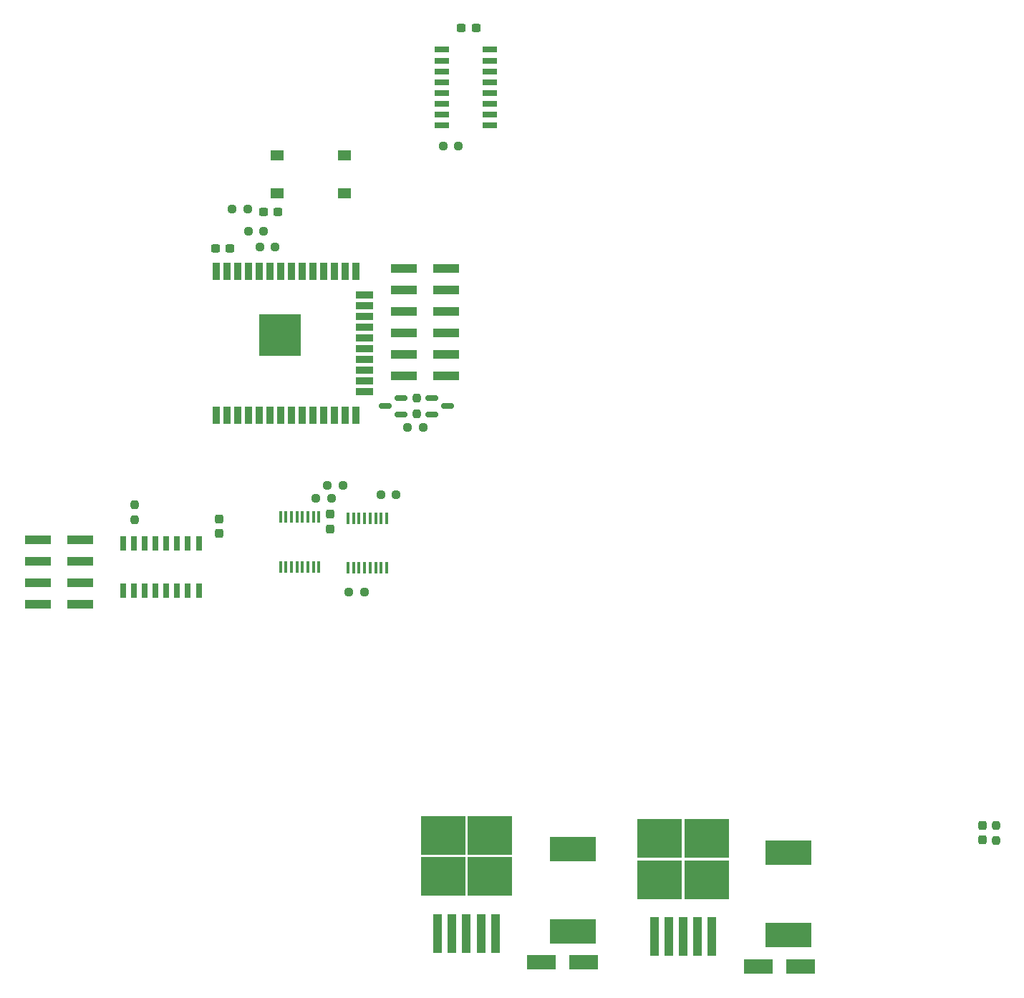
<source format=gbp>
%TF.GenerationSoftware,KiCad,Pcbnew,(6.0.9)*%
%TF.CreationDate,2022-11-22T22:59:20+01:00*%
%TF.ProjectId,Testapparaat,54657374-6170-4706-9172-6161742e6b69,rev?*%
%TF.SameCoordinates,Original*%
%TF.FileFunction,Paste,Bot*%
%TF.FilePolarity,Positive*%
%FSLAX46Y46*%
G04 Gerber Fmt 4.6, Leading zero omitted, Abs format (unit mm)*
G04 Created by KiCad (PCBNEW (6.0.9)) date 2022-11-22 22:59:20*
%MOMM*%
%LPD*%
G01*
G04 APERTURE LIST*
G04 Aperture macros list*
%AMRoundRect*
0 Rectangle with rounded corners*
0 $1 Rounding radius*
0 $2 $3 $4 $5 $6 $7 $8 $9 X,Y pos of 4 corners*
0 Add a 4 corners polygon primitive as box body*
4,1,4,$2,$3,$4,$5,$6,$7,$8,$9,$2,$3,0*
0 Add four circle primitives for the rounded corners*
1,1,$1+$1,$2,$3*
1,1,$1+$1,$4,$5*
1,1,$1+$1,$6,$7*
1,1,$1+$1,$8,$9*
0 Add four rect primitives between the rounded corners*
20,1,$1+$1,$2,$3,$4,$5,0*
20,1,$1+$1,$4,$5,$6,$7,0*
20,1,$1+$1,$6,$7,$8,$9,0*
20,1,$1+$1,$8,$9,$2,$3,0*%
G04 Aperture macros list end*
%ADD10R,3.500000X1.800000*%
%ADD11RoundRect,0.237500X-0.237500X0.300000X-0.237500X-0.300000X0.237500X-0.300000X0.237500X0.300000X0*%
%ADD12RoundRect,0.150000X0.587500X0.150000X-0.587500X0.150000X-0.587500X-0.150000X0.587500X-0.150000X0*%
%ADD13R,5.400000X2.900000*%
%ADD14RoundRect,0.237500X0.250000X0.237500X-0.250000X0.237500X-0.250000X-0.237500X0.250000X-0.237500X0*%
%ADD15R,0.800000X1.750000*%
%ADD16R,0.700000X1.750000*%
%ADD17R,1.750000X0.800000*%
%ADD18R,1.750000X0.700000*%
%ADD19RoundRect,0.237500X-0.250000X-0.237500X0.250000X-0.237500X0.250000X0.237500X-0.250000X0.237500X0*%
%ADD20R,0.900000X2.000000*%
%ADD21R,2.000000X0.900000*%
%ADD22R,5.000000X5.000000*%
%ADD23R,5.250000X4.550000*%
%ADD24R,1.100000X4.600000*%
%ADD25RoundRect,0.237500X-0.300000X-0.237500X0.300000X-0.237500X0.300000X0.237500X-0.300000X0.237500X0*%
%ADD26R,0.450000X1.475000*%
%ADD27R,3.150000X1.000000*%
%ADD28RoundRect,0.237500X0.300000X0.237500X-0.300000X0.237500X-0.300000X-0.237500X0.300000X-0.237500X0*%
%ADD29RoundRect,0.150000X-0.587500X-0.150000X0.587500X-0.150000X0.587500X0.150000X-0.587500X0.150000X0*%
%ADD30RoundRect,0.237500X-0.237500X0.250000X-0.237500X-0.250000X0.237500X-0.250000X0.237500X0.250000X0*%
%ADD31R,1.550000X1.300000*%
G04 APERTURE END LIST*
D10*
%TO.C,D2*%
X172304000Y-151652500D03*
X177304000Y-151652500D03*
%TD*%
D11*
%TO.C,C14*%
X134247000Y-99225500D03*
X134247000Y-100950500D03*
%TD*%
D12*
%TO.C,Q1*%
X155697000Y-84925500D03*
X155697000Y-86825500D03*
X153822000Y-85875500D03*
%TD*%
D11*
%TO.C,C17*%
X147377000Y-98678000D03*
X147377000Y-100403000D03*
%TD*%
D13*
%TO.C,L2*%
X176073000Y-147999850D03*
X176073000Y-138299850D03*
%TD*%
D14*
%TO.C,R19*%
X155147000Y-96340500D03*
X153322000Y-96340500D03*
%TD*%
D15*
%TO.C,U4*%
X131842000Y-107725500D03*
D16*
X130522000Y-107725500D03*
X129252000Y-107725500D03*
X127982000Y-107725500D03*
X126712000Y-107725500D03*
X125442000Y-107725500D03*
X124172000Y-107725500D03*
D15*
X122852000Y-107725500D03*
X122852000Y-102075500D03*
D16*
X124172000Y-102075500D03*
X125442000Y-102075500D03*
X126712000Y-102075500D03*
X127982000Y-102075500D03*
X129252000Y-102075500D03*
X130522000Y-102075500D03*
D15*
X131842000Y-102075500D03*
%TD*%
D17*
%TO.C,U1*%
X166197000Y-43680500D03*
D18*
X166197000Y-45000500D03*
X166197000Y-46270500D03*
X166197000Y-47540500D03*
X166197000Y-48810500D03*
X166197000Y-50080500D03*
X166197000Y-51350500D03*
D17*
X166197000Y-52670500D03*
X160547000Y-52670500D03*
D18*
X160547000Y-51350500D03*
X160547000Y-50080500D03*
X160547000Y-48810500D03*
X160547000Y-47540500D03*
X160547000Y-46270500D03*
X160547000Y-45000500D03*
D17*
X160547000Y-43680500D03*
%TD*%
D11*
%TO.C,C3*%
X224436250Y-135449500D03*
X224436250Y-137174500D03*
%TD*%
D19*
%TO.C,R38*%
X147004500Y-95240500D03*
X148829500Y-95240500D03*
%TD*%
D20*
%TO.C,U2*%
X133892000Y-69950500D03*
X135162000Y-69950500D03*
X136432000Y-69950500D03*
X137702000Y-69950500D03*
X138972000Y-69950500D03*
X140242000Y-69950500D03*
X141512000Y-69950500D03*
X142782000Y-69950500D03*
X144052000Y-69950500D03*
X145322000Y-69950500D03*
X146592000Y-69950500D03*
X147862000Y-69950500D03*
X149132000Y-69950500D03*
X150402000Y-69950500D03*
D21*
X151402000Y-72735500D03*
X151402000Y-74005500D03*
X151402000Y-75275500D03*
X151402000Y-76545500D03*
X151402000Y-77815500D03*
X151402000Y-79085500D03*
X151402000Y-80355500D03*
X151402000Y-81625500D03*
X151402000Y-82895500D03*
X151402000Y-84165500D03*
D20*
X150402000Y-86950500D03*
X149132000Y-86950500D03*
X147862000Y-86950500D03*
X146592000Y-86950500D03*
X145322000Y-86950500D03*
X144052000Y-86950500D03*
X142782000Y-86950500D03*
X141512000Y-86950500D03*
X140242000Y-86950500D03*
X138972000Y-86950500D03*
X137702000Y-86950500D03*
X136432000Y-86950500D03*
X135162000Y-86950500D03*
X133892000Y-86950500D03*
D22*
X141392000Y-77450500D03*
%TD*%
D23*
%TO.C,U10*%
X186322000Y-137025500D03*
X191872000Y-141875500D03*
X191872000Y-137025500D03*
X186322000Y-141875500D03*
D24*
X192497000Y-148600500D03*
X190797000Y-148600500D03*
X189097000Y-148600500D03*
X187397000Y-148600500D03*
X185697000Y-148600500D03*
%TD*%
D25*
%TO.C,C16*%
X162872000Y-41150500D03*
X164597000Y-41150500D03*
%TD*%
D19*
%TO.C,R40*%
X145672000Y-96775500D03*
X147497000Y-96775500D03*
%TD*%
D14*
%TO.C,R41*%
X151372000Y-107850500D03*
X149547000Y-107850500D03*
%TD*%
D26*
%TO.C,U5*%
X149472000Y-99112500D03*
X150122000Y-99112500D03*
X150772000Y-99112500D03*
X151422000Y-99112500D03*
X152072000Y-99112500D03*
X152722000Y-99112500D03*
X153372000Y-99112500D03*
X154022000Y-99112500D03*
X154022000Y-104988500D03*
X153372000Y-104988500D03*
X152722000Y-104988500D03*
X152072000Y-104988500D03*
X151422000Y-104988500D03*
X150772000Y-104988500D03*
X150122000Y-104988500D03*
X149472000Y-104988500D03*
%TD*%
D19*
%TO.C,R5*%
X156522000Y-88375500D03*
X158347000Y-88375500D03*
%TD*%
D14*
%TO.C,R20*%
X162519500Y-55080500D03*
X160694500Y-55080500D03*
%TD*%
D27*
%TO.C,J4*%
X161097000Y-69590500D03*
X156047000Y-69590500D03*
X161097000Y-72130500D03*
X156047000Y-72130500D03*
X161097000Y-74670500D03*
X156047000Y-74670500D03*
X161097000Y-77210500D03*
X156047000Y-77210500D03*
X161097000Y-79750500D03*
X156047000Y-79750500D03*
X161097000Y-82290500D03*
X156047000Y-82290500D03*
%TD*%
D26*
%TO.C,U7*%
X146027000Y-104868500D03*
X145377000Y-104868500D03*
X144727000Y-104868500D03*
X144077000Y-104868500D03*
X143427000Y-104868500D03*
X142777000Y-104868500D03*
X142127000Y-104868500D03*
X141477000Y-104868500D03*
X141477000Y-98992500D03*
X142127000Y-98992500D03*
X142777000Y-98992500D03*
X143427000Y-98992500D03*
X144077000Y-98992500D03*
X144727000Y-98992500D03*
X145377000Y-98992500D03*
X146027000Y-98992500D03*
%TD*%
D28*
%TO.C,C1*%
X141169500Y-62910500D03*
X139444500Y-62910500D03*
%TD*%
D19*
%TO.C,R36*%
X139022000Y-67050500D03*
X140847000Y-67050500D03*
%TD*%
D28*
%TO.C,C12*%
X135522000Y-67200500D03*
X133797000Y-67200500D03*
%TD*%
D13*
%TO.C,L1*%
X201549000Y-148397850D03*
X201549000Y-138697850D03*
%TD*%
D23*
%TO.C,U11*%
X166243000Y-136642500D03*
X160693000Y-136642500D03*
X166243000Y-141492500D03*
X160693000Y-141492500D03*
D24*
X166868000Y-148217500D03*
X165168000Y-148217500D03*
X163468000Y-148217500D03*
X161768000Y-148217500D03*
X160068000Y-148217500D03*
%TD*%
D10*
%TO.C,D1*%
X197993000Y-152160500D03*
X202993000Y-152160500D03*
%TD*%
D27*
%TO.C,J14*%
X117822000Y-101700500D03*
X112772000Y-101700500D03*
X117822000Y-104240500D03*
X112772000Y-104240500D03*
X117822000Y-106780500D03*
X112772000Y-106780500D03*
X117822000Y-109320500D03*
X112772000Y-109320500D03*
%TD*%
D29*
%TO.C,Q2*%
X159384500Y-86825500D03*
X159384500Y-84925500D03*
X161259500Y-85875500D03*
%TD*%
D30*
%TO.C,R6*%
X226052250Y-135443500D03*
X226052250Y-137268500D03*
%TD*%
%TO.C,R4*%
X157547000Y-84925500D03*
X157547000Y-86750500D03*
%TD*%
D19*
%TO.C,R37*%
X137672000Y-65150500D03*
X139497000Y-65150500D03*
%TD*%
D30*
%TO.C,R1*%
X124247000Y-97530500D03*
X124247000Y-99355500D03*
%TD*%
D19*
%TO.C,R3*%
X135747000Y-62600500D03*
X137572000Y-62600500D03*
%TD*%
D31*
%TO.C,SW1*%
X149022000Y-56180500D03*
X141072000Y-56180500D03*
X141072000Y-60680500D03*
X149022000Y-60680500D03*
%TD*%
M02*

</source>
